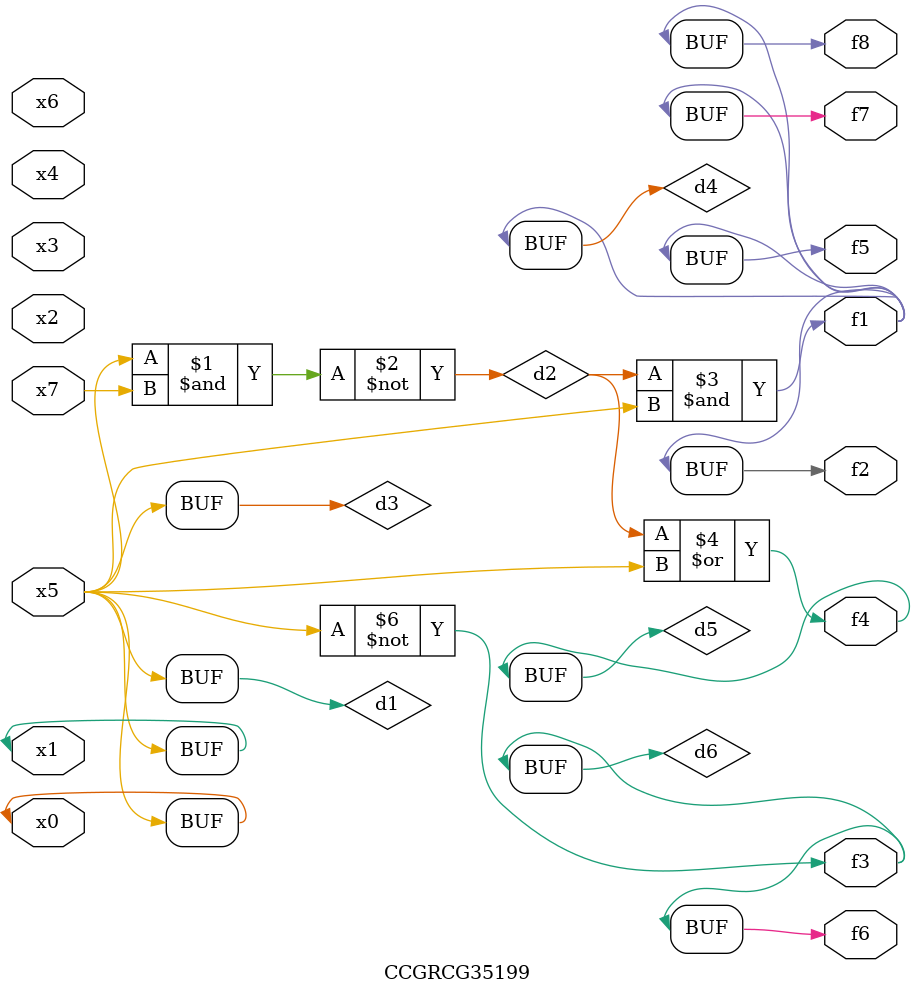
<source format=v>
module CCGRCG35199(
	input x0, x1, x2, x3, x4, x5, x6, x7,
	output f1, f2, f3, f4, f5, f6, f7, f8
);

	wire d1, d2, d3, d4, d5, d6;

	buf (d1, x0, x5);
	nand (d2, x5, x7);
	buf (d3, x0, x1);
	and (d4, d2, d3);
	or (d5, d2, d3);
	nor (d6, d1, d3);
	assign f1 = d4;
	assign f2 = d4;
	assign f3 = d6;
	assign f4 = d5;
	assign f5 = d4;
	assign f6 = d6;
	assign f7 = d4;
	assign f8 = d4;
endmodule

</source>
